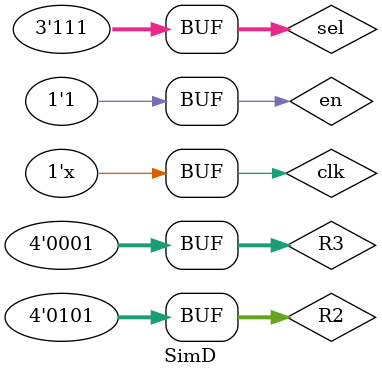
<source format=sv>
`timescale 1ns / 1ps


module SimD();
reg [3:0] R2;
reg [3:0] R3;
reg clk;
reg en;
reg [2:0] sel;
wire [3:0] R1;

partD pp (R2,R3,clk,en,sel,R1);

initial
begin
clk = 0; en = 1; sel = 3'b000; R2 = 4'b0101; R3 = 4'b0001; #100 sel = 3'b001; #100 sel = 3'b010; #100 sel = 3'b011; #100 sel = 3'b100; 
#100 sel = 3'b101; #100 sel = 3'b110; #100 sel = 3'b111;
end   

always #10 clk = ~clk;
endmodule

</source>
